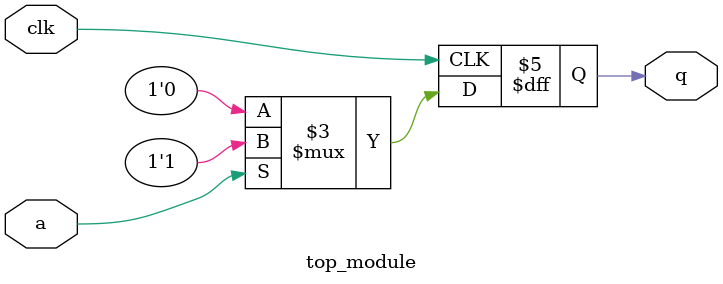
<source format=sv>
module top_module (
  input clk,
  input a,
  output reg q
);

always @(posedge clk) begin
  if (a) begin
    q <= 1;
  end else begin
    q <= 0;
  end
end

endmodule

</source>
